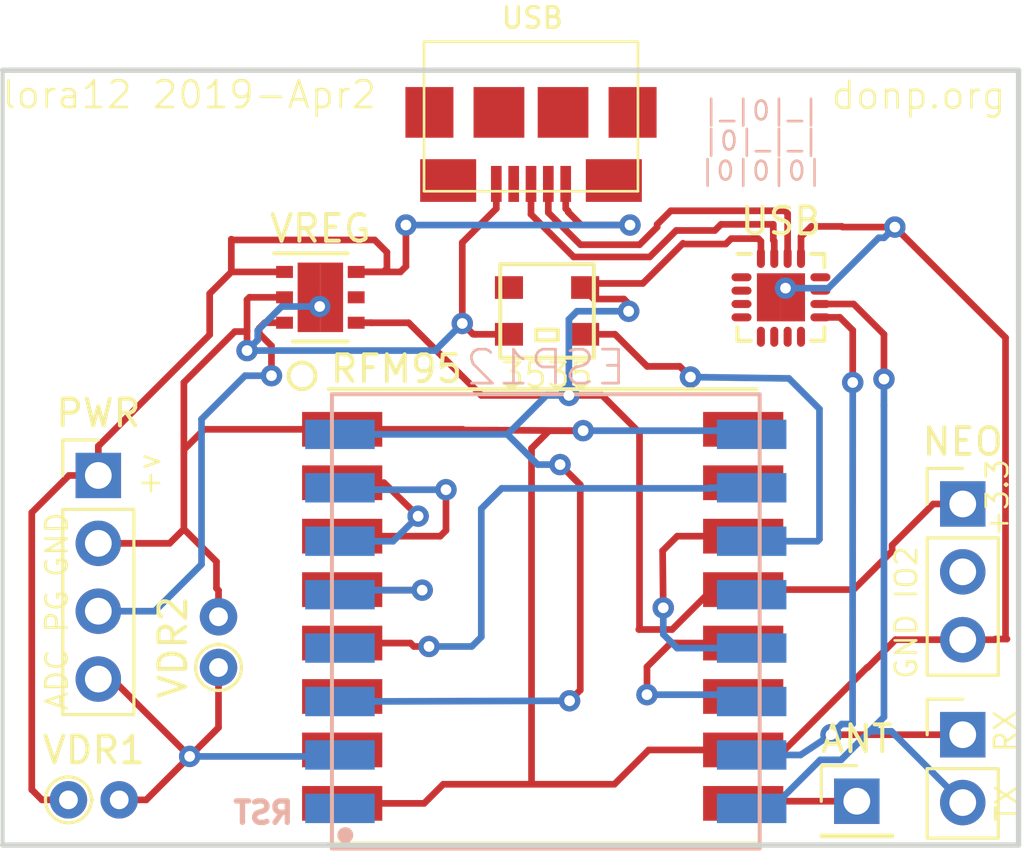
<source format=kicad_pcb>
(kicad_pcb (version 20171130) (host pcbnew 5.0.2-bee76a0~70~ubuntu18.04.1)

  (general
    (thickness 1.6)
    (drawings 17)
    (tracks 282)
    (zones 0)
    (modules 14)
    (nets 1)
  )

  (page A4)
  (layers
    (0 F.Cu signal)
    (31 B.Cu signal)
    (32 B.Adhes user)
    (33 F.Adhes user)
    (34 B.Paste user)
    (35 F.Paste user)
    (36 B.SilkS user)
    (37 F.SilkS user)
    (38 B.Mask user)
    (39 F.Mask user)
    (40 Dwgs.User user)
    (41 Cmts.User user)
    (42 Eco1.User user)
    (43 Eco2.User user)
    (44 Edge.Cuts user)
    (45 Margin user)
    (46 B.CrtYd user)
    (47 F.CrtYd user)
    (48 B.Fab user)
    (49 F.Fab user)
  )

  (setup
    (last_trace_width 0.25)
    (trace_clearance 0.2)
    (zone_clearance 0.508)
    (zone_45_only no)
    (trace_min 0.2)
    (segment_width 0.2)
    (edge_width 0.15)
    (via_size 0.8)
    (via_drill 0.4)
    (via_min_size 0.4)
    (via_min_drill 0.3)
    (uvia_size 0.3)
    (uvia_drill 0.1)
    (uvias_allowed no)
    (uvia_min_size 0.2)
    (uvia_min_drill 0.1)
    (pcb_text_width 0.3)
    (pcb_text_size 1.5 1.5)
    (mod_edge_width 0.15)
    (mod_text_size 1 1)
    (mod_text_width 0.15)
    (pad_size 0.75 0.3)
    (pad_drill 0)
    (pad_to_mask_clearance 0.2)
    (solder_mask_min_width 0.25)
    (aux_axis_origin 0 0)
    (visible_elements FFFFFF7F)
    (pcbplotparams
      (layerselection 0x010f0_ffffffff)
      (usegerberextensions false)
      (usegerberattributes false)
      (usegerberadvancedattributes false)
      (creategerberjobfile false)
      (excludeedgelayer true)
      (linewidth 0.150000)
      (plotframeref false)
      (viasonmask false)
      (mode 1)
      (useauxorigin false)
      (hpglpennumber 1)
      (hpglpenspeed 20)
      (hpglpendiameter 15.000000)
      (psnegative false)
      (psa4output false)
      (plotreference true)
      (plotvalue true)
      (plotinvisibletext false)
      (padsonsilk false)
      (subtractmaskfromsilk false)
      (outputformat 1)
      (mirror false)
      (drillshape 0)
      (scaleselection 1)
      (outputdirectory "/home/donp/osh"))
  )

  (net 0 "")

  (net_class Default "This is the default net class."
    (clearance 0.2)
    (trace_width 0.25)
    (via_dia 0.8)
    (via_drill 0.4)
    (uvia_dia 0.3)
    (uvia_drill 0.1)
  )

  (module Mounting_Holes:MountingHole_2.5mm (layer F.Cu) (tedit 5CAA6487) (tstamp 5CA8F413)
    (at 126 81.5)
    (descr "Mounting Hole 2.5mm, no annular")
    (tags "mounting hole 2.5mm no annular")
    (attr virtual)
    (fp_text reference REF** (at 0 -3.5) (layer F.SilkS) hide
      (effects (font (size 1 1) (thickness 0.15)))
    )
    (fp_text value MountingHole_2.5mm (at 0 3.5) (layer F.Fab) hide
      (effects (font (size 1 1) (thickness 0.15)))
    )
    (fp_circle (center 0 0) (end 2.75 0) (layer F.CrtYd) (width 0.05))
    (fp_circle (center 0 0) (end 2.5 0) (layer Cmts.User) (width 0.15))
    (fp_text user %R (at 0.3 0) (layer F.Fab)
      (effects (font (size 1 1) (thickness 0.15)))
    )
    (pad 1 np_thru_hole circle (at 0 0) (size 2.5 2.5) (drill 2.5) (layers *.Cu *.Mask))
  )

  (module Mounting_Holes:MountingHole_2.5mm (layer F.Cu) (tedit 5CAA648B) (tstamp 5CAB885A)
    (at 155.9814 81.5)
    (descr "Mounting Hole 2.5mm, no annular")
    (tags "mounting hole 2.5mm no annular")
    (attr virtual)
    (fp_text reference REF** (at 0 -3.5) (layer F.SilkS) hide
      (effects (font (size 1 1) (thickness 0.15)))
    )
    (fp_text value MountingHole_2.5mm (at 0 3.5) (layer F.Fab) hide
      (effects (font (size 1 1) (thickness 0.15)))
    )
    (fp_text user %R (at 0.3 0) (layer F.Fab)
      (effects (font (size 1 1) (thickness 0.15)))
    )
    (fp_circle (center 0 0) (end 2.5 0) (layer Cmts.User) (width 0.15))
    (fp_circle (center 0 0) (end 2.75 0) (layer F.CrtYd) (width 0.05))
    (pad 1 np_thru_hole circle (at 0 0) (size 2.5 2.5) (drill 2.5) (layers *.Cu *.Mask))
  )

  (module open-project:MICRO-B_USB (layer F.Cu) (tedit 5CAB9411) (tstamp 5CA89D6A)
    (at 141.76248 78.1304 180)
    (fp_text reference MICRO-B_USB (at 0 -5.842 180) (layer F.SilkS) hide
      (effects (font (size 0.762 0.762) (thickness 0.127)))
    )
    (fp_text value USB (at -0.05 2.09 180) (layer F.SilkS)
      (effects (font (size 0.762 0.762) (thickness 0.127)))
    )
    (fp_line (start -4.0005 1.00076) (end -4.0005 -4.39928) (layer F.SilkS) (width 0.09906))
    (fp_line (start 4.0005 1.19888) (end -4.0005 1.19888) (layer F.SilkS) (width 0.09906))
    (fp_line (start 4.0005 -4.39928) (end 4.0005 1.00076) (layer F.SilkS) (width 0.09906))
    (fp_line (start -4.0005 -4.39928) (end 4.0005 -4.39928) (layer F.SilkS) (width 0.09906))
    (fp_line (start 4.0005 1.00076) (end 4.0005 1.19888) (layer F.SilkS) (width 0.09906))
    (fp_line (start -4.0005 1.00076) (end -4.0005 1.19888) (layer F.SilkS) (width 0.09906))
    (pad "" smd rect (at -3.79984 -1.4478 180) (size 1.79578 1.89738) (layers F.Cu F.Paste F.Mask))
    (pad "" smd rect (at 3.0988 -3.99796 180) (size 2.0955 1.59766) (layers F.Cu F.Paste F.Mask))
    (pad GND smd rect (at 1.29794 -4.12496 180) (size 0.39878 1.3462) (layers F.Cu F.Paste F.Mask)
      (clearance 0.2032))
    (pad ID smd rect (at 0.6477 -4.12496 180) (size 0.39878 1.3462) (layers F.Cu F.Paste F.Mask)
      (clearance 0.2032))
    (pad D+ smd rect (at 0 -4.12496 180) (size 0.39878 1.3462) (layers F.Cu F.Paste F.Mask)
      (clearance 0.2032))
    (pad D- smd rect (at -0.6477 -4.12496 180) (size 0.39878 1.3462) (layers F.Cu F.Paste F.Mask)
      (clearance 0.2032))
    (pad +5 smd rect (at -1.29794 -4.12496 180) (size 0.39878 1.3462) (layers F.Cu F.Paste F.Mask)
      (clearance 0.2032))
    (pad "" smd rect (at -3.0988 -3.99796 180) (size 2.0955 1.59766) (layers F.Cu F.Paste F.Mask))
    (pad "" smd rect (at 3.79984 -1.4478 180) (size 1.79578 1.89738) (layers F.Cu F.Paste F.Mask))
    (pad "" smd rect (at 1.19888 -1.4478 180) (size 1.89992 1.89738) (layers F.Cu F.Paste F.Mask))
    (pad "" smd rect (at -1.19888 -1.4478 180) (size 1.89738 1.89738) (layers F.Cu F.Paste F.Mask))
  )

  (module Housings_DFN_QFN:DFN-6-1EP_3x3mm_Pitch0.95mm (layer F.Cu) (tedit 5CA7AF9C) (tstamp 5CA8E9D4)
    (at 133.8834 86.5)
    (descr "DFN6 3*3 MM, 0.95 PITCH; CASE 506AH-01 (see ON Semiconductor 506AH.PDF)")
    (tags "DFN 0.95")
    (attr smd)
    (fp_text reference VREG (at 0 -2.575) (layer F.SilkS)
      (effects (font (size 1 1) (thickness 0.15)))
    )
    (fp_text value DFN-6-1EP_3x3mm_Pitch0.95mm (at 0 2.575) (layer F.Fab) hide
      (effects (font (size 1 1) (thickness 0.15)))
    )
    (fp_line (start -0.5 -1.5) (end 1.5 -1.5) (layer F.Fab) (width 0.15))
    (fp_line (start 1.5 -1.5) (end 1.5 1.5) (layer F.Fab) (width 0.15))
    (fp_line (start 1.5 1.5) (end -1.5 1.5) (layer F.Fab) (width 0.15))
    (fp_line (start -1.5 1.5) (end -1.5 -0.5) (layer F.Fab) (width 0.15))
    (fp_line (start -1.5 -0.5) (end -0.5 -1.5) (layer F.Fab) (width 0.15))
    (fp_line (start -1.9 -1.85) (end -1.9 1.85) (layer F.CrtYd) (width 0.05))
    (fp_line (start 1.9 -1.85) (end 1.9 1.85) (layer F.CrtYd) (width 0.05))
    (fp_line (start -1.9 -1.85) (end 1.9 -1.85) (layer F.CrtYd) (width 0.05))
    (fp_line (start -1.9 1.85) (end 1.9 1.85) (layer F.CrtYd) (width 0.05))
    (fp_line (start -1.025 1.65) (end 1.025 1.65) (layer F.SilkS) (width 0.15))
    (fp_line (start -1.73 -1.65) (end 1.025 -1.65) (layer F.SilkS) (width 0.15))
    (pad EN smd rect (at -1.34 -0.95) (size 0.63 0.45) (layers F.Cu F.Paste F.Mask))
    (pad GND smd rect (at -1.34 0) (size 0.63 0.45) (layers F.Cu F.Paste F.Mask))
    (pad PG smd rect (at -1.34 0.95) (size 0.63 0.45) (layers F.Cu F.Paste F.Mask))
    (pad VOUT smd rect (at 1.34 0.95) (size 0.63 0.45) (layers F.Cu F.Paste F.Mask))
    (pad 5 smd rect (at 1.34 0) (size 0.63 0.45) (layers F.Cu F.Paste F.Mask))
    (pad VIN smd rect (at 1.34 -0.95) (size 0.63 0.45) (layers F.Cu F.Paste F.Mask))
    (pad 7 smd rect (at 0.425 0.65) (size 0.85 1.3) (layers F.Cu F.Paste F.Mask)
      (solder_paste_margin_ratio -0.2))
    (pad 7 smd rect (at 0.425 -0.65) (size 0.85 1.3) (layers F.Cu F.Paste F.Mask)
      (solder_paste_margin_ratio -0.2))
    (pad 7 smd rect (at -0.425 0.65) (size 0.85 1.3) (layers F.Cu F.Paste F.Mask)
      (solder_paste_margin_ratio -0.2))
    (pad 7 smd rect (at -0.425 -0.65) (size 0.85 1.3) (layers F.Cu F.Paste F.Mask)
      (solder_paste_margin_ratio -0.2))
    (model ${KISYS3DMOD}/Housings_DFN_QFN.3dshapes/DFN-6-1EP_3x3mm_Pitch0.95mm.wrl
      (at (xyz 0 0 0))
      (scale (xyz 1 1 1))
      (rotate (xyz 0 0 0))
    )
  )

  (module Pin_Headers:Pin_Header_Straight_1x04_Pitch2.54mm (layer F.Cu) (tedit 5CAB970C) (tstamp 5CA8EB40)
    (at 125.5776 93.1672)
    (descr "Through hole straight pin header, 1x04, 2.54mm pitch, single row")
    (tags "Through hole pin header THT 1x04 2.54mm single row")
    (fp_text reference PWR (at 0 -2.33) (layer F.SilkS)
      (effects (font (size 1 1) (thickness 0.15)))
    )
    (fp_text value Pin_Header_Straight_1x04_Pitch2.54mm (at 0 9.95) (layer F.Fab) hide
      (effects (font (size 1 1) (thickness 0.15)))
    )
    (fp_line (start -0.635 -1.27) (end 1.27 -1.27) (layer F.Fab) (width 0.1))
    (fp_line (start 1.27 -1.27) (end 1.27 8.89) (layer F.Fab) (width 0.1))
    (fp_line (start 1.27 8.89) (end -1.27 8.89) (layer F.Fab) (width 0.1))
    (fp_line (start -1.27 8.89) (end -1.27 -0.635) (layer F.Fab) (width 0.1))
    (fp_line (start -1.27 -0.635) (end -0.635 -1.27) (layer F.Fab) (width 0.1))
    (fp_line (start -1.33 8.95) (end 1.33 8.95) (layer F.SilkS) (width 0.12))
    (fp_line (start -1.33 1.27) (end -1.33 8.95) (layer F.SilkS) (width 0.12))
    (fp_line (start 1.33 1.27) (end 1.33 8.95) (layer F.SilkS) (width 0.12))
    (fp_line (start -1.33 1.27) (end 1.33 1.27) (layer F.SilkS) (width 0.12))
    (fp_line (start -1.33 0) (end -1.33 -1.33) (layer F.SilkS) (width 0.12))
    (fp_line (start -1.33 -1.33) (end 0 -1.33) (layer F.SilkS) (width 0.12))
    (fp_line (start -1.8 -1.8) (end -1.8 9.4) (layer F.CrtYd) (width 0.05))
    (fp_line (start -1.8 9.4) (end 1.8 9.4) (layer F.CrtYd) (width 0.05))
    (fp_line (start 1.8 9.4) (end 1.8 -1.8) (layer F.CrtYd) (width 0.05))
    (fp_line (start 1.8 -1.8) (end -1.8 -1.8) (layer F.CrtYd) (width 0.05))
    (fp_text user %R (at 0 3.81 90) (layer F.Fab)
      (effects (font (size 1 1) (thickness 0.15)))
    )
    (pad +v thru_hole rect (at 0 0) (size 1.7 1.7) (drill 1) (layers *.Cu *.Mask))
    (pad GND thru_hole oval (at 0 2.54) (size 1.7 1.7) (drill 1) (layers *.Cu *.Mask))
    (pad PG thru_hole oval (at 0 5.08) (size 1.7 1.7) (drill 1) (layers *.Cu *.Mask))
    (pad ADC thru_hole oval (at 0 7.62) (size 1.7 1.7) (drill 1) (layers *.Cu *.Mask))
    (model ${KISYS3DMOD}/Pin_Headers.3dshapes/Pin_Header_Straight_1x04_Pitch2.54mm.wrl
      (at (xyz 0 0 0))
      (scale (xyz 1 1 1))
      (rotate (xyz 0 0 0))
    )
  )

  (module RFM9X:RFM9X-SMD (layer F.Cu) (tedit 5CAA604E) (tstamp 5CAAD0F6)
    (at 142.1996 98.44)
    (fp_text reference RFM95 (at -5.4714 -9.2606) (layer F.SilkS)
      (effects (font (size 1 1) (thickness 0.15)))
    )
    (fp_text value RFM9X (at 0 7) (layer F.Fab)
      (effects (font (size 1 1) (thickness 0.15)))
    )
    (fp_line (start 8 -8) (end 8 8) (layer F.Fab) (width 0.15))
    (fp_line (start -8 8) (end 8 8) (layer F.Fab) (width 0.15))
    (fp_line (start -8 -8) (end 8 -8) (layer F.Fab) (width 0.15))
    (fp_line (start -8 -8) (end -8 8) (layer F.Fab) (width 0.15))
    (fp_line (start -5 -5.5) (end 1 -5.5) (layer F.Fab) (width 0.15))
    (fp_line (start 1 -5.5) (end 1 0.5) (layer F.Fab) (width 0.15))
    (fp_line (start 1 0.5) (end -5 0.5) (layer F.Fab) (width 0.15))
    (fp_line (start -5 0.5) (end -5 -5.5) (layer F.Fab) (width 0.15))
    (fp_line (start 2 -7) (end 4.5 -7) (layer F.Fab) (width 0.15))
    (fp_line (start 4.5 -7) (end 4.5 -3.5) (layer F.Fab) (width 0.15))
    (fp_line (start 4.5 -3.5) (end 2 -3.5) (layer F.Fab) (width 0.15))
    (fp_line (start 2 -3.5) (end 2 -7) (layer F.Fab) (width 0.15))
    (fp_line (start -8 -8.5) (end 8 -8.5) (layer F.SilkS) (width 0.15))
    (fp_line (start -8 8.5) (end 8 8.5) (layer F.SilkS) (width 0.15))
    (fp_circle (center -9 -9) (end -9 -8.5) (layer F.SilkS) (width 0.15))
    (pad ANT smd rect (at 7 7) (size 3 1.3) (drill (offset 0.5 0)) (layers F.Cu F.Paste F.Mask))
    (pad GND smd rect (at 7 5) (size 3 1.3) (drill (offset 0.5 0)) (layers F.Cu F.Paste F.Mask))
    (pad DIO3 smd rect (at 7 3) (size 3 1.3) (drill (offset 0.5 0)) (layers F.Cu F.Paste F.Mask))
    (pad DIO4 smd rect (at 7 1) (size 3 1.3) (drill (offset 0.5 0)) (layers F.Cu F.Paste F.Mask))
    (pad 3.3V smd rect (at 7 -1) (size 3 1.3) (drill (offset 0.5 0)) (layers F.Cu F.Paste F.Mask))
    (pad DIO0 smd rect (at 7 -3) (size 3 1.3) (drill (offset 0.5 0)) (layers F.Cu F.Paste F.Mask))
    (pad DIO1 smd rect (at 7 -5) (size 3 1.3) (drill (offset 0.5 0)) (layers F.Cu F.Paste F.Mask))
    (pad GND smd rect (at -7 7) (size 3 1.3) (drill (offset -0.5 0)) (layers F.Cu F.Paste F.Mask))
    (pad DIO5 smd rect (at -7 5) (size 3 1.3) (drill (offset -0.5 0)) (layers F.Cu F.Paste F.Mask))
    (pad RESET smd rect (at -7 3) (size 3 1.3) (drill (offset -0.5 0)) (layers F.Cu F.Paste F.Mask))
    (pad NSS smd rect (at -7 1) (size 3 1.3) (drill (offset -0.5 0)) (layers F.Cu F.Paste F.Mask))
    (pad SCK smd rect (at -7 -1) (size 3 1.3) (drill (offset -0.5 0)) (layers F.Cu F.Paste F.Mask))
    (pad MOSI smd rect (at -7 -3) (size 3 1.3) (drill (offset -0.5 0)) (layers F.Cu F.Paste F.Mask))
    (pad MISO smd rect (at -7 -5) (size 3 1.3) (drill (offset -0.5 0)) (layers F.Cu F.Paste F.Mask))
    (pad DIO2 smd rect (at 7 -7) (size 3 1.3) (drill (offset 0.5 0)) (layers F.Cu F.Paste F.Mask))
    (pad GND smd rect (at -7 -7) (size 3 1.3) (drill (offset -0.5 0)) (layers F.Cu F.Paste F.Mask))
  )

  (module Pin_Headers:Pin_Header_Straight_1x03_Pitch2.54mm (layer F.Cu) (tedit 5CAA62CF) (tstamp 5CABE1D4)
    (at 157.9118 94.234)
    (descr "Through hole straight pin header, 1x03, 2.54mm pitch, single row")
    (tags "Through hole pin header THT 1x03 2.54mm single row")
    (fp_text reference NEO (at 0 -2.33) (layer F.SilkS)
      (effects (font (size 1 1) (thickness 0.15)))
    )
    (fp_text value Pin_Header_Straight_1x03_Pitch2.54mm (at 0 7.41) (layer F.Fab) hide
      (effects (font (size 1 1) (thickness 0.15)))
    )
    (fp_line (start -0.635 -1.27) (end 1.27 -1.27) (layer F.Fab) (width 0.1))
    (fp_line (start 1.27 -1.27) (end 1.27 6.35) (layer F.Fab) (width 0.1))
    (fp_line (start 1.27 6.35) (end -1.27 6.35) (layer F.Fab) (width 0.1))
    (fp_line (start -1.27 6.35) (end -1.27 -0.635) (layer F.Fab) (width 0.1))
    (fp_line (start -1.27 -0.635) (end -0.635 -1.27) (layer F.Fab) (width 0.1))
    (fp_line (start -1.33 6.41) (end 1.33 6.41) (layer F.SilkS) (width 0.12))
    (fp_line (start -1.33 1.27) (end -1.33 6.41) (layer F.SilkS) (width 0.12))
    (fp_line (start 1.33 1.27) (end 1.33 6.41) (layer F.SilkS) (width 0.12))
    (fp_line (start -1.33 1.27) (end 1.33 1.27) (layer F.SilkS) (width 0.12))
    (fp_line (start -1.33 0) (end -1.33 -1.33) (layer F.SilkS) (width 0.12))
    (fp_line (start -1.33 -1.33) (end 0 -1.33) (layer F.SilkS) (width 0.12))
    (fp_line (start -1.8 -1.8) (end -1.8 6.85) (layer F.CrtYd) (width 0.05))
    (fp_line (start -1.8 6.85) (end 1.8 6.85) (layer F.CrtYd) (width 0.05))
    (fp_line (start 1.8 6.85) (end 1.8 -1.8) (layer F.CrtYd) (width 0.05))
    (fp_line (start 1.8 -1.8) (end -1.8 -1.8) (layer F.CrtYd) (width 0.05))
    (fp_text user %R (at 0 2.54 90) (layer F.Fab)
      (effects (font (size 1 1) (thickness 0.15)))
    )
    (pad +3.3 thru_hole rect (at 0 0) (size 1.7 1.7) (drill 1) (layers *.Cu *.Mask))
    (pad 2 thru_hole oval (at 0 2.54) (size 1.7 1.7) (drill 1) (layers *.Cu *.Mask))
    (pad GND thru_hole oval (at 0 5.08) (size 1.7 1.7) (drill 1) (layers *.Cu *.Mask))
    (model ${KISYS3DMOD}/Pin_Headers.3dshapes/Pin_Header_Straight_1x03_Pitch2.54mm.wrl
      (at (xyz 0 0 0))
      (scale (xyz 1 1 1))
      (rotate (xyz 0 0 0))
    )
  )

  (module Pin_Headers:Pin_Header_Straight_1x01_Pitch2.54mm (layer F.Cu) (tedit 5CAA618B) (tstamp 5CACE883)
    (at 153.9494 105.3592)
    (descr "Through hole straight pin header, 1x01, 2.54mm pitch, single row")
    (tags "Through hole pin header THT 1x01 2.54mm single row")
    (fp_text reference ANT (at 0 -2.33) (layer F.SilkS)
      (effects (font (size 1 1) (thickness 0.15)))
    )
    (fp_text value Pin_Header_Straight_1x01_Pitch2.54mm (at 0 2.33) (layer F.Fab) hide
      (effects (font (size 1 1) (thickness 0.15)))
    )
    (fp_line (start -0.635 -1.27) (end 1.27 -1.27) (layer F.Fab) (width 0.1))
    (fp_line (start 1.27 -1.27) (end 1.27 1.27) (layer F.Fab) (width 0.1))
    (fp_line (start 1.27 1.27) (end -1.27 1.27) (layer F.Fab) (width 0.1))
    (fp_line (start -1.27 1.27) (end -1.27 -0.635) (layer F.Fab) (width 0.1))
    (fp_line (start -1.27 -0.635) (end -0.635 -1.27) (layer F.Fab) (width 0.1))
    (fp_line (start -1.33 1.33) (end 1.33 1.33) (layer F.SilkS) (width 0.12))
    (fp_line (start -1.33 1.27) (end -1.33 1.33) (layer F.SilkS) (width 0.12))
    (fp_line (start 1.33 1.27) (end 1.33 1.33) (layer F.SilkS) (width 0.12))
    (fp_line (start -1.33 1.27) (end 1.33 1.27) (layer F.SilkS) (width 0.12))
    (fp_line (start -1.33 0) (end -1.33 -1.33) (layer F.SilkS) (width 0.12))
    (fp_line (start -1.33 -1.33) (end 0 -1.33) (layer F.SilkS) (width 0.12))
    (fp_line (start -1.8 -1.8) (end -1.8 1.8) (layer F.CrtYd) (width 0.05))
    (fp_line (start -1.8 1.8) (end 1.8 1.8) (layer F.CrtYd) (width 0.05))
    (fp_line (start 1.8 1.8) (end 1.8 -1.8) (layer F.CrtYd) (width 0.05))
    (fp_line (start 1.8 -1.8) (end -1.8 -1.8) (layer F.CrtYd) (width 0.05))
    (fp_text user %R (at 0 0 90) (layer F.Fab)
      (effects (font (size 1 1) (thickness 0.15)))
    )
    (pad 1 thru_hole rect (at 0 0) (size 1.7 1.7) (drill 1) (layers *.Cu *.Mask))
    (model ${KISYS3DMOD}/Pin_Headers.3dshapes/Pin_Header_Straight_1x01_Pitch2.54mm.wrl
      (at (xyz 0 0 0))
      (scale (xyz 1 1 1))
      (rotate (xyz 0 0 0))
    )
  )

  (module kicad-ESP8266:ESP-07S (layer B.Cu) (tedit 5CAA7415) (tstamp 5CACE23F)
    (at 142.3162 98.6282)
    (descr "Module, ESP-8266, ESP-07S, 14 pad, SMD")
    (tags "Module ESP-8266 ESP8266")
    (attr smd)
    (fp_text reference >NAME (at 0 9.5) (layer B.SilkS) hide
      (effects (font (size 1.27 1.27) (thickness 0.1016)) (justify mirror))
    )
    (fp_text value ESP12 (at 0 -9.5) (layer B.SilkS)
      (effects (font (size 1.27 1.27) (thickness 0.1016)) (justify mirror))
    )
    (fp_line (start -8 8.5) (end 8 8.5) (layer B.SilkS) (width 0.15))
    (fp_line (start -8 -8.5) (end -8 8.5) (layer B.SilkS) (width 0.15))
    (fp_line (start 8 -8.5) (end -8 -8.5) (layer B.SilkS) (width 0.15))
    (fp_line (start 8 8.5) (end 8 -8.5) (layer B.SilkS) (width 0.15))
    (fp_circle (center -7.5 8) (end -7.4 8) (layer B.SilkS) (width 0.15))
    (fp_circle (center -7.5 8) (end -7.3 8.1) (layer B.SilkS) (width 0.15))
    (fp_circle (center -7.6 8) (end -7.5 8) (layer B.SilkS) (width 0.15))
    (pad TX smd rect (at 7.7 7) (size 2.6 1.1) (layers B.Cu B.Paste B.Mask))
    (pad RX smd rect (at 7.7 5) (size 2.6 1.1) (layers B.Cu B.Paste B.Mask))
    (pad IO5 smd rect (at 7.7 3) (size 2.6 1.1) (layers B.Cu B.Paste B.Mask))
    (pad IO4 smd rect (at 7.7 1) (size 2.6 1.1) (layers B.Cu B.Paste B.Mask))
    (pad IO0 smd rect (at 7.7 -1) (size 2.6 1.1) (layers B.Cu B.Paste B.Mask))
    (pad IO2 smd rect (at 7.7 -3) (size 2.6 1.1) (layers B.Cu B.Paste B.Mask))
    (pad IO15 smd rect (at 7.7 -5) (size 2.6 1.1) (layers B.Cu B.Paste B.Mask))
    (pad GND smd rect (at 7.7 -7) (size 2.6 1.1) (layers B.Cu B.Paste B.Mask))
    (pad VCC smd rect (at -7.7 -7) (size 2.6 1.1) (layers B.Cu B.Paste B.Mask))
    (pad IO13 smd rect (at -7.7 -5) (size 2.6 1.1) (layers B.Cu B.Paste B.Mask))
    (pad IO12 smd rect (at -7.7 -3) (size 2.6 1.1) (layers B.Cu B.Paste B.Mask))
    (pad IO14 smd rect (at -7.7 -1) (size 2.6 1.1) (layers B.Cu B.Paste B.Mask))
    (pad IO16 smd rect (at -7.7 1) (size 2.6 1.1) (layers B.Cu B.Paste B.Mask))
    (pad EN smd rect (at -7.7 3) (size 2.6 1.1) (layers B.Cu B.Paste B.Mask))
    (pad ADC smd rect (at -7.7 5) (size 2.6 1.1) (layers B.Cu B.Paste B.Mask))
    (pad RST smd rect (at -7.7 7) (size 2.6 1.1) (layers B.Cu B.Paste B.Mask))
  )

  (module Pin_Headers:Pin_Header_Straight_1x02_Pitch2.54mm (layer F.Cu) (tedit 5CAA7464) (tstamp 5CAD34FC)
    (at 157.9118 102.87)
    (descr "Through hole straight pin header, 1x02, 2.54mm pitch, single row")
    (tags "Through hole pin header THT 1x02 2.54mm single row")
    (fp_text reference REF** (at 0 -2.33) (layer F.SilkS) hide
      (effects (font (size 1 1) (thickness 0.15)))
    )
    (fp_text value Pin_Header_Straight_1x02_Pitch2.54mm (at 0 4.87) (layer F.Fab) hide
      (effects (font (size 1 1) (thickness 0.15)))
    )
    (fp_line (start -0.635 -1.27) (end 1.27 -1.27) (layer F.Fab) (width 0.1))
    (fp_line (start 1.27 -1.27) (end 1.27 3.81) (layer F.Fab) (width 0.1))
    (fp_line (start 1.27 3.81) (end -1.27 3.81) (layer F.Fab) (width 0.1))
    (fp_line (start -1.27 3.81) (end -1.27 -0.635) (layer F.Fab) (width 0.1))
    (fp_line (start -1.27 -0.635) (end -0.635 -1.27) (layer F.Fab) (width 0.1))
    (fp_line (start -1.33 3.87) (end 1.33 3.87) (layer F.SilkS) (width 0.12))
    (fp_line (start -1.33 1.27) (end -1.33 3.87) (layer F.SilkS) (width 0.12))
    (fp_line (start 1.33 1.27) (end 1.33 3.87) (layer F.SilkS) (width 0.12))
    (fp_line (start -1.33 1.27) (end 1.33 1.27) (layer F.SilkS) (width 0.12))
    (fp_line (start -1.33 0) (end -1.33 -1.33) (layer F.SilkS) (width 0.12))
    (fp_line (start -1.33 -1.33) (end 0 -1.33) (layer F.SilkS) (width 0.12))
    (fp_line (start -1.8 -1.8) (end -1.8 4.35) (layer F.CrtYd) (width 0.05))
    (fp_line (start -1.8 4.35) (end 1.8 4.35) (layer F.CrtYd) (width 0.05))
    (fp_line (start 1.8 4.35) (end 1.8 -1.8) (layer F.CrtYd) (width 0.05))
    (fp_line (start 1.8 -1.8) (end -1.8 -1.8) (layer F.CrtYd) (width 0.05))
    (fp_text user %R (at 0 1.27 90) (layer F.Fab)
      (effects (font (size 1 1) (thickness 0.15)))
    )
    (pad 1 thru_hole rect (at 0 0) (size 1.7 1.7) (drill 1) (layers *.Cu *.Mask))
    (pad 2 thru_hole oval (at 0 2.54) (size 1.7 1.7) (drill 1) (layers *.Cu *.Mask))
    (model ${KISYS3DMOD}/Pin_Headers.3dshapes/Pin_Header_Straight_1x02_Pitch2.54mm.wrl
      (at (xyz 0 0 0))
      (scale (xyz 1 1 1))
      (rotate (xyz 0 0 0))
    )
  )

  (module Housings_DFN_QFN:QFN-16-1EP_3x3mm_Pitch0.5mm (layer F.Cu) (tedit 5CAB9906) (tstamp 5CABD89A)
    (at 151.1118 86.5)
    (descr "16-Lead Plastic Quad Flat, No Lead Package (NG) - 3x3x0.9 mm Body [QFN]; (see Microchip Packaging Specification 00000049BS.pdf)")
    (tags "QFN 0.5")
    (attr smd)
    (fp_text reference USB (at 0 -2.85) (layer F.SilkS)
      (effects (font (size 1 1) (thickness 0.15)))
    )
    (fp_text value QFN-16-1EP_3x3mm_Pitch0.5mm (at 0 2.85) (layer F.Fab) hide
      (effects (font (size 1 1) (thickness 0.15)))
    )
    (fp_line (start -0.5 -1.5) (end 1.5 -1.5) (layer F.Fab) (width 0.15))
    (fp_line (start 1.5 -1.5) (end 1.5 1.5) (layer F.Fab) (width 0.15))
    (fp_line (start 1.5 1.5) (end -1.5 1.5) (layer F.Fab) (width 0.15))
    (fp_line (start -1.5 1.5) (end -1.5 -0.5) (layer F.Fab) (width 0.15))
    (fp_line (start -1.5 -0.5) (end -0.5 -1.5) (layer F.Fab) (width 0.15))
    (fp_line (start -2.1 -2.1) (end -2.1 2.1) (layer F.CrtYd) (width 0.05))
    (fp_line (start 2.1 -2.1) (end 2.1 2.1) (layer F.CrtYd) (width 0.05))
    (fp_line (start -2.1 -2.1) (end 2.1 -2.1) (layer F.CrtYd) (width 0.05))
    (fp_line (start -2.1 2.1) (end 2.1 2.1) (layer F.CrtYd) (width 0.05))
    (fp_line (start 1.625 -1.625) (end 1.625 -1.125) (layer F.SilkS) (width 0.15))
    (fp_line (start -1.625 1.625) (end -1.625 1.125) (layer F.SilkS) (width 0.15))
    (fp_line (start 1.625 1.625) (end 1.625 1.125) (layer F.SilkS) (width 0.15))
    (fp_line (start -1.625 -1.625) (end -1.125 -1.625) (layer F.SilkS) (width 0.15))
    (fp_line (start -1.625 1.625) (end -1.125 1.625) (layer F.SilkS) (width 0.15))
    (fp_line (start 1.625 1.625) (end 1.125 1.625) (layer F.SilkS) (width 0.15))
    (fp_line (start 1.625 -1.625) (end 1.125 -1.625) (layer F.SilkS) (width 0.15))
    (pad 1 smd oval (at -1.475 -0.75) (size 0.75 0.3) (layers F.Cu F.Paste F.Mask))
    (pad 2 smd oval (at -1.475 -0.25) (size 0.75 0.3) (layers F.Cu F.Paste F.Mask))
    (pad 3 smd oval (at -1.475 0.25) (size 0.75 0.3) (layers F.Cu F.Paste F.Mask))
    (pad 4 smd oval (at -1.475 0.75) (size 0.75 0.3) (layers F.Cu F.Paste F.Mask))
    (pad 5 smd oval (at -0.75 1.475 90) (size 0.75 0.3) (layers F.Cu F.Paste F.Mask))
    (pad 6 smd oval (at -0.25 1.475 90) (size 0.75 0.3) (layers F.Cu F.Paste F.Mask))
    (pad 7 smd oval (at 0.25 1.475 90) (size 0.75 0.3) (layers F.Cu F.Paste F.Mask))
    (pad 8 smd oval (at 0.75 1.475 90) (size 0.75 0.3) (layers F.Cu F.Paste F.Mask))
    (pad TX smd oval (at 1.475 0.75) (size 0.75 0.3) (layers F.Cu F.Paste F.Mask))
    (pad RX smd oval (at 1.475 0.25) (size 0.75 0.3) (layers F.Cu F.Paste F.Mask))
    (pad 11 smd oval (at 1.475 -0.25) (size 0.75 0.3) (layers F.Cu F.Paste F.Mask))
    (pad 12 smd oval (at 1.475 -0.75) (size 0.75 0.3) (layers F.Cu F.Paste F.Mask))
    (pad 13 smd oval (at 0.75 -1.475 90) (size 0.75 0.3) (layers F.Cu F.Paste F.Mask))
    (pad 14 smd oval (at 0.25 -1.475 90) (size 0.75 0.3) (layers F.Cu F.Paste F.Mask))
    (pad 15 smd oval (at -0.25 -1.475 90) (size 0.75 0.3) (layers F.Cu F.Paste F.Mask))
    (pad 16 smd oval (at -0.75 -1.475 90) (size 0.75 0.3) (layers F.Cu F.Paste F.Mask))
    (pad 17 smd rect (at 0.45 0.45) (size 0.9 0.9) (layers F.Cu F.Paste F.Mask)
      (solder_paste_margin_ratio -0.2))
    (pad 17 smd rect (at 0.45 -0.45) (size 0.9 0.9) (layers F.Cu F.Paste F.Mask)
      (solder_paste_margin_ratio -0.2))
    (pad 17 smd rect (at -0.45 0.45) (size 0.9 0.9) (layers F.Cu F.Paste F.Mask)
      (solder_paste_margin_ratio -0.2))
    (pad 17 smd rect (at -0.45 -0.45) (size 0.9 0.9) (layers F.Cu F.Paste F.Mask)
      (solder_paste_margin_ratio -0.2))
    (model ${KISYS3DMOD}/Housings_DFN_QFN.3dshapes/QFN-16-1EP_3x3mm_Pitch0.5mm.wrl
      (at (xyz 0 0 0))
      (scale (xyz 1 1 1))
      (rotate (xyz 0 0 0))
    )
  )

  (module ws2812:3535 (layer F.Cu) (tedit 5CAB8B0B) (tstamp 5CAC2544)
    (at 142.3628 87.009)
    (fp_text reference 3535 (at 0 2.4) (layer F.SilkS)
      (effects (font (size 0.9 0.9) (thickness 0.1)))
    )
    (fp_text value 3535 (at 0.05 -2.4) (layer F.Fab)
      (effects (font (size 1 1) (thickness 0.15)))
    )
    (fp_line (start -1.75 -1.75) (end 1.7 -1.75) (layer F.SilkS) (width 0.15))
    (fp_line (start 1.75 -1.75) (end 1.75 1.75) (layer F.SilkS) (width 0.15))
    (fp_line (start -1.75 1.75) (end -1.75 -1.75) (layer F.SilkS) (width 0.15))
    (fp_line (start 1.75 1.75) (end -1.75 1.75) (layer F.SilkS) (width 0.15))
    (fp_line (start -0.4 1.1) (end -0.4 0.7) (layer F.SilkS) (width 0.15))
    (fp_line (start 0.4 1.1) (end -0.4 1.1) (layer F.SilkS) (width 0.15))
    (fp_line (start 0.4 0.7) (end 0.4 1.1) (layer F.SilkS) (width 0.15))
    (fp_line (start -0.4 0.7) (end 0.4 0.7) (layer F.SilkS) (width 0.15))
    (pad OUT smd rect (at -1.325 -0.875) (size 1.05 0.85) (drill (offset -0.1 0)) (layers F.Cu F.Paste F.Mask))
    (pad GND smd rect (at -1.325 0.875) (size 1.05 0.85) (drill (offset -0.1 0)) (layers F.Cu F.Paste F.Mask))
    (pad VDD smd rect (at 1.325 -0.875) (size 1.05 0.85) (drill (offset 0.1 0)) (layers F.Cu F.Paste F.Mask))
    (pad IN smd rect (at 1.325 0.875) (size 1.05 0.85) (drill (offset 0.1 0)) (layers F.Cu F.Paste F.Mask))
  )

  (module Resistors_ThroughHole:R_Axial_DIN0204_L3.6mm_D1.6mm_P1.90mm_Vertical (layer F.Cu) (tedit 5CAB9661) (tstamp 5CAD0DBE)
    (at 124.46 105.3084)
    (descr "Resistor, Axial_DIN0204 series, Axial, Vertical, pin pitch=1.9mm, 0.16666666666666666W = 1/6W, length*diameter=3.6*1.6mm^2, http://cdn-reichelt.de/documents/datenblatt/B400/1_4W%23YAG.pdf")
    (tags "Resistor Axial_DIN0204 series Axial Vertical pin pitch 1.9mm 0.16666666666666666W = 1/6W length 3.6mm diameter 1.6mm")
    (fp_text reference VDR1 (at 0.95 -1.86) (layer F.SilkS)
      (effects (font (size 1 1) (thickness 0.15)))
    )
    (fp_text value R_Axial_DIN0204_L3.6mm_D1.6mm_P1.90mm_Vertical (at 0.95 1.86) (layer F.Fab) hide
      (effects (font (size 1 1) (thickness 0.15)))
    )
    (fp_circle (center 0 0) (end 0.8 0) (layer F.Fab) (width 0.1))
    (fp_circle (center 0 0) (end 0.86 0) (layer F.SilkS) (width 0.12))
    (fp_line (start 0 0) (end 1.9 0) (layer F.Fab) (width 0.1))
    (fp_line (start 0.86 0) (end 0.9 0) (layer F.SilkS) (width 0.12))
    (fp_line (start -1.15 -1.15) (end -1.15 1.15) (layer F.CrtYd) (width 0.05))
    (fp_line (start -1.15 1.15) (end 2.95 1.15) (layer F.CrtYd) (width 0.05))
    (fp_line (start 2.95 1.15) (end 2.95 -1.15) (layer F.CrtYd) (width 0.05))
    (fp_line (start 2.95 -1.15) (end -1.15 -1.15) (layer F.CrtYd) (width 0.05))
    (pad 1 thru_hole circle (at 0 0) (size 1.4 1.4) (drill 0.7) (layers *.Cu *.Mask))
    (pad 2 thru_hole oval (at 1.9 0) (size 1.4 1.4) (drill 0.7) (layers *.Cu *.Mask))
    (model ${KISYS3DMOD}/Resistors_THT.3dshapes/R_Axial_DIN0204_L3.6mm_D1.6mm_P1.90mm_Vertical.wrl
      (at (xyz 0 0 0))
      (scale (xyz 0.393701 0.393701 0.393701))
      (rotate (xyz 0 0 0))
    )
  )

  (module Resistors_ThroughHole:R_Axial_DIN0204_L3.6mm_D1.6mm_P1.90mm_Vertical (layer F.Cu) (tedit 5CAB9664) (tstamp 5CAD0E3F)
    (at 130.0734 100.3554 90)
    (descr "Resistor, Axial_DIN0204 series, Axial, Vertical, pin pitch=1.9mm, 0.16666666666666666W = 1/6W, length*diameter=3.6*1.6mm^2, http://cdn-reichelt.de/documents/datenblatt/B400/1_4W%23YAG.pdf")
    (tags "Resistor Axial_DIN0204 series Axial Vertical pin pitch 1.9mm 0.16666666666666666W = 1/6W length 3.6mm diameter 1.6mm")
    (fp_text reference VDR2 (at 0.762 -1.7018 90) (layer F.SilkS)
      (effects (font (size 1 1) (thickness 0.15)))
    )
    (fp_text value R_Axial_DIN0204_L3.6mm_D1.6mm_P1.90mm_Vertical (at 0.95 1.86 90) (layer F.Fab) hide
      (effects (font (size 1 1) (thickness 0.15)))
    )
    (fp_circle (center 0 0) (end 0.8 0) (layer F.Fab) (width 0.1))
    (fp_circle (center 0 0) (end 0.86 0) (layer F.SilkS) (width 0.12))
    (fp_line (start 0 0) (end 1.9 0) (layer F.Fab) (width 0.1))
    (fp_line (start 0.86 0) (end 0.9 0) (layer F.SilkS) (width 0.12))
    (fp_line (start -1.15 -1.15) (end -1.15 1.15) (layer F.CrtYd) (width 0.05))
    (fp_line (start -1.15 1.15) (end 2.95 1.15) (layer F.CrtYd) (width 0.05))
    (fp_line (start 2.95 1.15) (end 2.95 -1.15) (layer F.CrtYd) (width 0.05))
    (fp_line (start 2.95 -1.15) (end -1.15 -1.15) (layer F.CrtYd) (width 0.05))
    (pad 1 thru_hole circle (at 0 0 90) (size 1.4 1.4) (drill 0.7) (layers *.Cu *.Mask))
    (pad 2 thru_hole oval (at 1.9 0 90) (size 1.4 1.4) (drill 0.7) (layers *.Cu *.Mask))
    (model ${KISYS3DMOD}/Resistors_THT.3dshapes/R_Axial_DIN0204_L3.6mm_D1.6mm_P1.90mm_Vertical.wrl
      (at (xyz 0 0 0))
      (scale (xyz 0.393701 0.393701 0.393701))
      (rotate (xyz 0 0 0))
    )
  )

  (gr_text "|_|0|_|\n|_|_|0|\n|0|0|0|" (at 150.368 80.645) (layer B.SilkS)
    (effects (font (size 0.7 0.7) (thickness 0.1)) (justify mirror))
  )
  (gr_text "lora12 2019-Apr2\n" (at 128.9812 78.9178) (layer F.SilkS)
    (effects (font (size 1 1) (thickness 0.1)))
  )
  (gr_text "donp.org\n" (at 156.2608 78.9432) (layer F.SilkS)
    (effects (font (size 1 1) (thickness 0.1)))
  )
  (gr_text +3.3 (at 159.2072 94.0054 90) (layer F.SilkS) (tstamp 5CAD866F)
    (effects (font (size 0.8 0.8) (thickness 0.1)))
  )
  (gr_text PG (at 124.0282 98.2472 90) (layer F.SilkS) (tstamp 5CAD866F)
    (effects (font (size 0.8 0.8) (thickness 0.1)))
  )
  (gr_text ADC (at 124.0282 100.8126 90) (layer F.SilkS) (tstamp 5CAD866F)
    (effects (font (size 0.8 0.8) (thickness 0.1)))
  )
  (gr_text +v (at 127.4826 93.1418 90) (layer F.SilkS) (tstamp 5CAD866F)
    (effects (font (size 0.8 0.8) (thickness 0.1)))
  )
  (gr_text GND (at 124.0282 95.758 90) (layer F.SilkS) (tstamp 5CAD866F)
    (effects (font (size 0.8 0.8) (thickness 0.1)))
  )
  (gr_text IO2 (at 155.8036 96.7994 90) (layer F.SilkS) (tstamp 5CAD866F)
    (effects (font (size 0.8 0.8) (thickness 0.1)))
  )
  (gr_text GND (at 155.8036 99.568 90) (layer F.SilkS) (tstamp 5CAD866F)
    (effects (font (size 0.8 0.8) (thickness 0.1)))
  )
  (gr_text TX (at 159.5628 105.4354 90) (layer F.SilkS) (tstamp 5CAD8611)
    (effects (font (size 0.8 0.8) (thickness 0.1)))
  )
  (gr_text RX (at 159.512 102.743 90) (layer F.SilkS)
    (effects (font (size 0.8 0.8) (thickness 0.1)))
  )
  (gr_text RST (at 131.7498 105.791) (layer B.SilkS)
    (effects (font (size 0.8 0.8) (thickness 0.2)) (justify mirror))
  )
  (gr_line (start 122 78.0008) (end 122 107) (layer Edge.Cuts) (width 0.15))
  (gr_line (start 122 107) (end 160 107) (layer Edge.Cuts) (width 0.2) (tstamp 5CA8F3D7))
  (gr_line (start 160 78) (end 160 107) (layer Edge.Cuts) (width 0.2) (tstamp 5CA89E1B))
  (gr_line (start 122 78) (end 160 78) (layer Edge.Cuts) (width 0.2))

  (segment (start 149.1996 105.44) (end 149.3058 105.3338) (width 0.25) (layer F.Cu) (net 0) (status 30))
  (segment (start 149.8788 91.4908) (end 150.0162 91.6282) (width 0.25) (layer B.Cu) (net 0) (status 30))
  (segment (start 149.2804 105.3592) (end 153.9494 105.3592) (width 0.25) (layer F.Cu) (net 0) (status 30))
  (segment (start 149.1996 105.44) (end 149.2804 105.3592) (width 0.25) (layer F.Cu) (net 0) (status 30))
  (segment (start 150.0162 105.6282) (end 150.7662 105.6282) (width 0.25) (layer B.Cu) (net 0) (status 30))
  (segment (start 134.7846 97.4598) (end 134.6162 97.6282) (width 0.25) (layer B.Cu) (net 0) (status 30))
  (segment (start 134.6886 93.7006) (end 134.6162 93.6282) (width 0.25) (layer B.Cu) (net 0) (status 30))
  (segment (start 134.5616 103.6828) (end 134.6162 103.6282) (width 0.25) (layer B.Cu) (net 0) (status 30))
  (segment (start 135.1996 97.44) (end 135.2194 97.4598) (width 0.25) (layer F.Cu) (net 0) (status 30))
  (segment (start 149.7594 101.3714) (end 150.0162 101.6282) (width 0.25) (layer B.Cu) (net 0) (status 30))
  (segment (start 126.0988 100.7872) (end 125.5776 100.7872) (width 0.25) (layer F.Cu) (net 0) (status 30))
  (segment (start 127.6858 98.2472) (end 125.5776 98.2472) (width 0.25) (layer B.Cu) (net 0) (status 20))
  (segment (start 129.4384 91.0844) (end 129.4384 96.4946) (width 0.25) (layer B.Cu) (net 0))
  (segment (start 129.4384 96.4946) (end 127.6858 98.2472) (width 0.25) (layer B.Cu) (net 0))
  (segment (start 128.9944 103.6828) (end 126.0988 100.7872) (width 0.25) (layer F.Cu) (net 0) (status 20))
  (segment (start 143.2052 101.6) (end 143.605199 101.200001) (width 0.25) (layer F.Cu) (net 0))
  (segment (start 143.605199 101.200001) (end 143.605199 93.516399) (width 0.25) (layer F.Cu) (net 0))
  (segment (start 143.605199 93.516399) (end 142.8496 92.7608) (width 0.25) (layer F.Cu) (net 0))
  (via (at 143.2052 101.6) (size 0.8) (drill 0.4) (layers F.Cu B.Cu) (net 0))
  (segment (start 143.2052 101.6) (end 143.1516 101.6282) (width 0.25) (layer B.Cu) (net 0) (tstamp 5CAD854C))
  (segment (start 134.6162 101.6282) (end 143.2052 101.6) (width 0.25) (layer B.Cu) (net 0) (status 10))
  (via (at 142.8496 92.7608) (size 0.8) (drill 0.4) (layers F.Cu B.Cu) (net 0))
  (segment (start 142.0114 92.7608) (end 142.8496 92.7608) (width 0.25) (layer B.Cu) (net 0))
  (segment (start 140.8834 91.6328) (end 142.0114 92.7608) (width 0.25) (layer B.Cu) (net 0))
  (segment (start 140.8834 91.6282) (end 140.8834 91.6328) (width 0.25) (layer B.Cu) (net 0))
  (segment (start 146.7104 99.1108) (end 147.2278 99.6282) (width 0.25) (layer B.Cu) (net 0))
  (segment (start 147.2278 99.6282) (end 150.0162 99.6282) (width 0.25) (layer B.Cu) (net 0) (status 20))
  (segment (start 146.7104 98.1202) (end 146.7104 99.1108) (width 0.25) (layer B.Cu) (net 0))
  (via (at 146.7104 98.1202) (size 0.8) (drill 0.4) (layers F.Cu B.Cu) (net 0))
  (segment (start 146.7104 98.1202) (end 146.685 98.1202) (width 0.25) (layer F.Cu) (net 0) (tstamp 5CAD8548))
  (segment (start 146.685 95.9866) (end 146.7104 98.1202) (width 0.25) (layer F.Cu) (net 0))
  (segment (start 147.2316 95.44) (end 146.685 95.9866) (width 0.25) (layer F.Cu) (net 0))
  (segment (start 149.1996 95.44) (end 147.2316 95.44) (width 0.25) (layer F.Cu) (net 0) (status 10))
  (segment (start 146.1008 101.3714) (end 149.7594 101.3714) (width 0.25) (layer B.Cu) (net 0) (status 20))
  (via (at 146.1008 101.3714) (size 0.8) (drill 0.4) (layers F.Cu B.Cu) (net 0))
  (segment (start 146.1008 100.33) (end 146.1008 101.3714) (width 0.25) (layer F.Cu) (net 0))
  (segment (start 146.9908 99.44) (end 146.1008 100.33) (width 0.25) (layer F.Cu) (net 0))
  (segment (start 149.1996 99.44) (end 146.9908 99.44) (width 0.25) (layer F.Cu) (net 0) (status 10))
  (segment (start 135.2194 97.4598) (end 137.6934 97.4598) (width 0.25) (layer F.Cu) (net 0) (status 10))
  (segment (start 139.9032 99.2124) (end 139.5476 99.568) (width 0.25) (layer B.Cu) (net 0))
  (segment (start 139.9032 94.4118) (end 139.9032 99.2124) (width 0.25) (layer B.Cu) (net 0))
  (segment (start 148.4662 93.6282) (end 148.4446 93.6498) (width 0.25) (layer B.Cu) (net 0))
  (segment (start 139.5476 99.568) (end 137.9474 99.568) (width 0.25) (layer B.Cu) (net 0))
  (segment (start 148.4446 93.6498) (end 140.6652 93.6498) (width 0.25) (layer B.Cu) (net 0))
  (segment (start 150.0162 93.6282) (end 148.4662 93.6282) (width 0.25) (layer B.Cu) (net 0) (status 10))
  (segment (start 140.6652 93.6498) (end 139.9032 94.4118) (width 0.25) (layer B.Cu) (net 0))
  (segment (start 128.9944 103.6828) (end 134.5616 103.6828) (width 0.25) (layer B.Cu) (net 0) (status 20))
  (via (at 128.9944 103.6828) (size 0.8) (drill 0.4) (layers F.Cu B.Cu) (net 0))
  (segment (start 129.9972 96.393) (end 128.778 95.1738) (width 0.25) (layer F.Cu) (net 0))
  (segment (start 137.9474 99.568) (end 137.381715 99.568) (width 0.25) (layer F.Cu) (net 0))
  (segment (start 137.381715 99.568) (end 137.253715 99.44) (width 0.25) (layer F.Cu) (net 0))
  (segment (start 137.253715 99.44) (end 135.1996 99.44) (width 0.25) (layer F.Cu) (net 0) (status 20))
  (via (at 137.9474 99.568) (size 0.8) (drill 0.4) (layers F.Cu B.Cu) (net 0))
  (segment (start 137.541 94.6912) (end 136.604 95.6282) (width 0.25) (layer B.Cu) (net 0))
  (segment (start 136.604 95.6282) (end 134.6162 95.6282) (width 0.25) (layer B.Cu) (net 0) (status 20))
  (segment (start 138.5824 93.7006) (end 134.6886 93.7006) (width 0.25) (layer B.Cu) (net 0) (status 20))
  (via (at 137.541 94.6912) (size 0.8) (drill 0.4) (layers F.Cu B.Cu) (net 0))
  (segment (start 137.541 94.6912) (end 137.5156 94.6912) (width 0.25) (layer F.Cu) (net 0) (tstamp 5CAD36BA))
  (segment (start 136.2644 93.44) (end 137.541 94.6912) (width 0.25) (layer F.Cu) (net 0))
  (segment (start 135.1996 93.44) (end 136.2644 93.44) (width 0.25) (layer F.Cu) (net 0) (status 10))
  (via (at 138.5824 93.7006) (size 0.8) (drill 0.4) (layers F.Cu B.Cu) (net 0))
  (segment (start 138.5824 95.2246) (end 138.5824 93.7006) (width 0.25) (layer F.Cu) (net 0))
  (segment (start 138.367 95.44) (end 138.5824 95.2246) (width 0.25) (layer F.Cu) (net 0))
  (segment (start 135.1996 95.44) (end 138.367 95.44) (width 0.25) (layer F.Cu) (net 0) (status 10))
  (segment (start 137.6934 97.4598) (end 134.7846 97.4598) (width 0.25) (layer B.Cu) (net 0) (status 20))
  (via (at 137.6934 97.4598) (size 0.8) (drill 0.4) (layers F.Cu B.Cu) (net 0))
  (segment (start 141.7828 104.7242) (end 144.8816 104.7242) (width 0.25) (layer F.Cu) (net 0))
  (segment (start 138.4808 104.7242) (end 141.7828 104.7242) (width 0.25) (layer F.Cu) (net 0))
  (segment (start 150.7662 105.6282) (end 152.5846 103.8098) (width 0.25) (layer B.Cu) (net 0) (status 10))
  (segment (start 151.845 103.6282) (end 152.9842 102.87) (width 0.25) (layer B.Cu) (net 0))
  (segment (start 150.0162 103.6282) (end 151.845 103.6282) (width 0.25) (layer B.Cu) (net 0) (status 10))
  (segment (start 128.778 92.202) (end 129.54 91.44) (width 0.25) (layer F.Cu) (net 0))
  (segment (start 129.54 91.44) (end 135.1996 91.44) (width 0.25) (layer F.Cu) (net 0) (status 20))
  (segment (start 128.2446 95.7072) (end 128.778 95.1738) (width 0.25) (layer F.Cu) (net 0))
  (segment (start 125.5776 95.7072) (end 128.2446 95.7072) (width 0.25) (layer F.Cu) (net 0) (status 10))
  (segment (start 142.3416 90.17) (end 140.8834 91.6282) (width 0.25) (layer B.Cu) (net 0))
  (segment (start 140.8834 91.6282) (end 134.6162 91.6282) (width 0.25) (layer B.Cu) (net 0) (status 20))
  (segment (start 143.1798 90.17) (end 142.3416 90.17) (width 0.25) (layer B.Cu) (net 0))
  (via (at 143.1798 90.17) (size 0.8) (drill 0.4) (layers F.Cu B.Cu) (net 0))
  (segment (start 143.7132 91.4908) (end 149.8788 91.4908) (width 0.25) (layer B.Cu) (net 0) (status 20))
  (via (at 143.7132 91.4908) (size 0.8) (drill 0.4) (layers F.Cu B.Cu) (net 0))
  (segment (start 143.7132 91.4908) (end 143.6878 91.4654) (width 0.25) (layer F.Cu) (net 0) (tstamp 5CACE84E))
  (segment (start 139.319 91.4654) (end 143.7132 91.4908) (width 0.25) (layer F.Cu) (net 0))
  (segment (start 144.8816 104.7242) (end 146.1658 103.44) (width 0.25) (layer F.Cu) (net 0))
  (segment (start 146.1658 103.44) (end 149.1996 103.44) (width 0.25) (layer F.Cu) (net 0) (status 20))
  (segment (start 138.4808 104.7242) (end 137.765 105.44) (width 0.25) (layer F.Cu) (net 0))
  (segment (start 137.765 105.44) (end 135.1996 105.44) (width 0.25) (layer F.Cu) (net 0) (status 20))
  (segment (start 139.2174 91.44) (end 135.1996 91.44) (width 0.25) (layer F.Cu) (net 0) (status 20))
  (segment (start 143.605199 93.516399) (end 143.249599 93.160799) (width 0.25) (layer F.Cu) (net 0))
  (segment (start 147.2702 99.44) (end 146.9908 99.44) (width 0.25) (layer F.Cu) (net 0))
  (segment (start 138.5824 93.7006) (end 138.5824 93.7006) (width 0.25) (layer F.Cu) (net 0) (tstamp 5CAD36B8))
  (segment (start 142.8496 92.7608) (end 142.8496 92.7608) (width 0.25) (layer B.Cu) (net 0) (tstamp 5CAD854A))
  (segment (start 146.1008 101.3714) (end 146.1008 101.3714) (width 0.25) (layer F.Cu) (net 0) (tstamp 5CAD84B6))
  (segment (start 152.5846 103.8098) (end 153.3652 103.8098) (width 0.25) (layer B.Cu) (net 0))
  (via (at 152.9842 102.87) (size 0.8) (drill 0.4) (layers F.Cu B.Cu) (net 0))
  (segment (start 152.9842 102.87) (end 157.9118 102.87) (width 0.25) (layer F.Cu) (net 0))
  (segment (start 155.2448 102.743) (end 157.9118 105.41) (width 0.25) (layer B.Cu) (net 0))
  (segment (start 154.432 102.743) (end 155.2448 102.743) (width 0.25) (layer B.Cu) (net 0))
  (segment (start 154.432 102.743) (end 154.9654 102.2096) (width 0.25) (layer B.Cu) (net 0))
  (segment (start 153.3652 103.8098) (end 154.432 102.743) (width 0.25) (layer B.Cu) (net 0))
  (segment (start 154.9654 102.2096) (end 154.9654 90.551) (width 0.25) (layer B.Cu) (net 0))
  (segment (start 153.384199 102.470001) (end 153.790599 102.470001) (width 0.25) (layer B.Cu) (net 0))
  (segment (start 152.9842 102.87) (end 153.384199 102.470001) (width 0.25) (layer B.Cu) (net 0))
  (via (at 154.9654 89.5604) (size 0.8) (drill 0.4) (layers F.Cu B.Cu) (net 0))
  (segment (start 154.9654 90.551) (end 154.9654 89.5604) (width 0.25) (layer B.Cu) (net 0))
  (segment (start 153.790599 102.470001) (end 153.797 89.6874) (width 0.25) (layer B.Cu) (net 0))
  (segment (start 153.797 89.6874) (end 153.790599 89.693801) (width 0.25) (layer B.Cu) (net 0) (tstamp 5CAC26D3))
  (via (at 153.797 89.6874) (size 0.8) (drill 0.4) (layers F.Cu B.Cu) (net 0))
  (segment (start 153.3154 87.25) (end 152.5868 87.25) (width 0.25) (layer F.Cu) (net 0))
  (segment (start 153.797 89.6874) (end 153.797 87.7316) (width 0.25) (layer F.Cu) (net 0))
  (segment (start 153.797 87.7316) (end 153.3154 87.25) (width 0.25) (layer F.Cu) (net 0))
  (segment (start 153.8314 86.75) (end 152.5868 86.75) (width 0.25) (layer F.Cu) (net 0))
  (segment (start 154.9654 89.5604) (end 154.9654 87.884) (width 0.25) (layer F.Cu) (net 0))
  (segment (start 154.9654 87.884) (end 153.8314 86.75) (width 0.25) (layer F.Cu) (net 0))
  (via (at 145.4658 83.7946) (size 0.8) (drill 0.4) (layers F.Cu B.Cu) (net 0))
  (segment (start 143.06042 83.17846) (end 143.1544 83.27244) (width 0.25) (layer F.Cu) (net 0))
  (segment (start 143.06042 82.25536) (end 143.06042 83.17846) (width 0.25) (layer F.Cu) (net 0))
  (segment (start 143.1544 83.27244) (end 143.1544 83.312) (width 0.25) (layer F.Cu) (net 0))
  (segment (start 143.637 83.7946) (end 145.4658 83.7946) (width 0.25) (layer F.Cu) (net 0))
  (segment (start 143.1544 83.312) (end 143.637 83.7946) (width 0.25) (layer F.Cu) (net 0))
  (segment (start 125.5776 92.0672) (end 129.7432 87.9016) (width 0.25) (layer F.Cu) (net 0))
  (segment (start 125.5776 93.1672) (end 125.5776 92.0672) (width 0.25) (layer F.Cu) (net 0))
  (segment (start 129.7432 87.9016) (end 129.7432 86.36) (width 0.25) (layer F.Cu) (net 0))
  (segment (start 130.5532 85.55) (end 132.5434 85.55) (width 0.25) (layer F.Cu) (net 0))
  (segment (start 129.7432 86.36) (end 130.5532 85.55) (width 0.25) (layer F.Cu) (net 0))
  (segment (start 130.5532 85.55) (end 130.5532 84.3252) (width 0.25) (layer F.Cu) (net 0))
  (segment (start 130.5532 84.3252) (end 130.5814 84.3534) (width 0.25) (layer F.Cu) (net 0))
  (segment (start 130.5814 84.3534) (end 135.9154 84.3534) (width 0.25) (layer F.Cu) (net 0))
  (segment (start 135.9154 84.3534) (end 136.3726 84.8106) (width 0.25) (layer F.Cu) (net 0))
  (segment (start 136.3726 84.8106) (end 136.3726 85.4202) (width 0.25) (layer F.Cu) (net 0))
  (segment (start 136.2428 85.55) (end 135.2234 85.55) (width 0.25) (layer F.Cu) (net 0))
  (segment (start 136.3726 85.4202) (end 136.2428 85.55) (width 0.25) (layer F.Cu) (net 0))
  (via (at 137.0838 83.7946) (size 0.8) (drill 0.4) (layers F.Cu B.Cu) (net 0))
  (segment (start 145.4658 83.7946) (end 137.0838 83.7946) (width 0.25) (layer B.Cu) (net 0))
  (segment (start 137.0838 83.7946) (end 137.0838 85.344) (width 0.25) (layer F.Cu) (net 0))
  (segment (start 136.8778 85.55) (end 135.2234 85.55) (width 0.25) (layer F.Cu) (net 0))
  (segment (start 137.0838 85.344) (end 136.8778 85.55) (width 0.25) (layer F.Cu) (net 0))
  (segment (start 140.46454 83.17846) (end 139.192 84.451) (width 0.25) (layer F.Cu) (net 0))
  (segment (start 140.46454 82.25536) (end 140.46454 83.17846) (width 0.25) (layer F.Cu) (net 0))
  (segment (start 139.192 84.451) (end 139.192 87.4776) (width 0.25) (layer F.Cu) (net 0))
  (segment (start 139.192 87.4522) (end 139.2692 87.375) (width 0.25) (layer F.Cu) (net 0))
  (segment (start 139.192 87.4776) (end 139.192 87.4522) (width 0.25) (layer F.Cu) (net 0) (tstamp 5CAC270A))
  (segment (start 131.1402 88.4936) (end 131.1402 88.4936) (width 0.25) (layer B.Cu) (net 0) (tstamp 5CAC2711))
  (via (at 131.1402 88.4936) (size 0.8) (drill 0.4) (layers F.Cu B.Cu) (net 0))
  (segment (start 131.2288 86.5) (end 132.5434 86.5) (width 0.25) (layer F.Cu) (net 0))
  (segment (start 131.1402 86.5886) (end 131.2288 86.5) (width 0.25) (layer F.Cu) (net 0))
  (segment (start 131.1402 87.7824) (end 130.683 87.7824) (width 0.25) (layer F.Cu) (net 0))
  (segment (start 131.1402 87.7824) (end 131.1402 86.5886) (width 0.25) (layer F.Cu) (net 0))
  (segment (start 131.1402 88.4936) (end 131.1402 87.7824) (width 0.25) (layer F.Cu) (net 0))
  (segment (start 128.778 89.6874) (end 128.778 92.329) (width 0.25) (layer F.Cu) (net 0))
  (segment (start 130.683 87.7824) (end 128.778 89.6874) (width 0.25) (layer F.Cu) (net 0))
  (segment (start 128.778 95.1738) (end 128.778 92.329) (width 0.25) (layer F.Cu) (net 0))
  (segment (start 128.778 92.329) (end 128.778 92.202) (width 0.25) (layer F.Cu) (net 0))
  (segment (start 138.2014 88.4936) (end 131.1402 88.4936) (width 0.25) (layer B.Cu) (net 0))
  (segment (start 138.2014 88.4682) (end 138.2014 88.4936) (width 0.25) (layer B.Cu) (net 0))
  (via (at 139.192 87.4776) (size 0.8) (drill 0.4) (layers F.Cu B.Cu) (net 0))
  (segment (start 139.192 87.4776) (end 138.2014 88.4682) (width 0.25) (layer B.Cu) (net 0))
  (segment (start 129.4384 91.0844) (end 129.4384 91.059) (width 0.25) (layer B.Cu) (net 0))
  (segment (start 129.4384 91.059) (end 131.064 89.4334) (width 0.25) (layer B.Cu) (net 0))
  (segment (start 131.064 89.4334) (end 132.0546 89.4334) (width 0.25) (layer B.Cu) (net 0))
  (segment (start 132.0546 89.4334) (end 132.0292 89.4334) (width 0.25) (layer B.Cu) (net 0) (tstamp 5CAC273B))
  (via (at 132.0546 89.4334) (size 0.8) (drill 0.4) (layers F.Cu B.Cu) (net 0))
  (segment (start 131.8028 87.45) (end 132.5434 87.45) (width 0.25) (layer F.Cu) (net 0))
  (segment (start 131.5974 87.6554) (end 131.8028 87.45) (width 0.25) (layer F.Cu) (net 0))
  (segment (start 132.0546 89.4334) (end 132.0546 88.3158) (width 0.25) (layer F.Cu) (net 0))
  (segment (start 131.5974 87.8586) (end 131.5974 87.6554) (width 0.25) (layer F.Cu) (net 0))
  (segment (start 132.0546 88.3158) (end 131.5974 87.8586) (width 0.25) (layer F.Cu) (net 0))
  (segment (start 135.7884 87.45) (end 135.7906 87.4522) (width 0.25) (layer F.Cu) (net 0))
  (segment (start 135.2234 87.45) (end 135.7884 87.45) (width 0.25) (layer F.Cu) (net 0))
  (segment (start 135.7906 87.4522) (end 137.1854 87.4522) (width 0.25) (layer F.Cu) (net 0))
  (segment (start 139.9032 90.17) (end 143.1798 90.17) (width 0.25) (layer F.Cu) (net 0))
  (segment (start 137.1854 87.4522) (end 139.9032 90.17) (width 0.25) (layer F.Cu) (net 0))
  (segment (start 149.1996 97.44) (end 148.5336 97.44) (width 0.25) (layer F.Cu) (net 0))
  (segment (start 148.5336 97.44) (end 147.0406 98.933) (width 0.25) (layer F.Cu) (net 0))
  (segment (start 147.0406 98.933) (end 145.796 98.933) (width 0.25) (layer F.Cu) (net 0))
  (segment (start 145.796 98.933) (end 145.8214 98.9076) (width 0.25) (layer F.Cu) (net 0))
  (segment (start 145.8214 98.9076) (end 145.8214 91.567) (width 0.25) (layer F.Cu) (net 0))
  (segment (start 144.4244 90.17) (end 143.1798 90.17) (width 0.25) (layer F.Cu) (net 0))
  (segment (start 145.8214 91.567) (end 144.4244 90.17) (width 0.25) (layer F.Cu) (net 0))
  (segment (start 149.1996 97.44) (end 153.828 97.44) (width 0.25) (layer F.Cu) (net 0))
  (segment (start 153.828 97.44) (end 155.2702 95.9978) (width 0.25) (layer F.Cu) (net 0))
  (segment (start 156.8118 94.234) (end 157.9118 94.234) (width 0.25) (layer F.Cu) (net 0))
  (segment (start 155.2702 95.7756) (end 156.8118 94.234) (width 0.25) (layer F.Cu) (net 0))
  (segment (start 155.2702 95.9978) (end 155.2702 95.7756) (width 0.25) (layer F.Cu) (net 0))
  (segment (start 159.113881 99.314) (end 159.139281 99.2886) (width 0.25) (layer F.Cu) (net 0))
  (segment (start 157.9118 99.314) (end 159.113881 99.314) (width 0.25) (layer F.Cu) (net 0))
  (segment (start 159.139281 99.2886) (end 159.5628 99.2886) (width 0.25) (layer F.Cu) (net 0))
  (segment (start 159.5628 99.2886) (end 159.512 99.2378) (width 0.25) (layer F.Cu) (net 0))
  (segment (start 159.512 99.2378) (end 159.512 88.011) (width 0.25) (layer F.Cu) (net 0))
  (segment (start 159.512 88.011) (end 155.3718 83.8708) (width 0.25) (layer F.Cu) (net 0))
  (segment (start 155.3718 83.8708) (end 153.416 83.8708) (width 0.25) (layer F.Cu) (net 0))
  (segment (start 153.416 83.8708) (end 153.3906 83.8454) (width 0.25) (layer F.Cu) (net 0))
  (segment (start 153.3906 83.8454) (end 152.2476 83.8454) (width 0.25) (layer F.Cu) (net 0))
  (segment (start 151.8618 84.2312) (end 151.8618 85.025) (width 0.25) (layer F.Cu) (net 0))
  (segment (start 152.2476 83.8454) (end 151.8618 84.2312) (width 0.25) (layer F.Cu) (net 0))
  (segment (start 142.41018 83.32978) (end 142.41018 82.25536) (width 0.25) (layer F.Cu) (net 0))
  (segment (start 151.3618 83.366) (end 151.257 83.2612) (width 0.25) (layer F.Cu) (net 0))
  (segment (start 143.6116 84.5312) (end 142.41018 83.32978) (width 0.25) (layer F.Cu) (net 0))
  (segment (start 151.3618 85.025) (end 151.3618 83.366) (width 0.25) (layer F.Cu) (net 0))
  (segment (start 151.257 83.2612) (end 146.9898 83.2612) (width 0.25) (layer F.Cu) (net 0))
  (segment (start 145.8214 84.5312) (end 143.6116 84.5312) (width 0.25) (layer F.Cu) (net 0))
  (segment (start 146.9898 83.2612) (end 146.4818 83.7692) (width 0.25) (layer F.Cu) (net 0))
  (segment (start 146.4818 83.7692) (end 146.4818 83.8708) (width 0.25) (layer F.Cu) (net 0))
  (segment (start 146.4818 83.8708) (end 145.8214 84.5312) (width 0.25) (layer F.Cu) (net 0))
  (segment (start 146.2024 84.9884) (end 143.3576 84.9884) (width 0.25) (layer F.Cu) (net 0))
  (segment (start 147.193 83.9978) (end 146.2024 84.9884) (width 0.25) (layer F.Cu) (net 0))
  (segment (start 150.8618 84.4) (end 150.8252 84.3634) (width 0.25) (layer F.Cu) (net 0))
  (segment (start 150.8618 85.025) (end 150.8618 84.4) (width 0.25) (layer F.Cu) (net 0))
  (segment (start 150.8252 83.7692) (end 148.8694 83.7692) (width 0.25) (layer F.Cu) (net 0))
  (segment (start 141.76248 83.39328) (end 141.76248 82.25536) (width 0.25) (layer F.Cu) (net 0))
  (segment (start 150.8252 84.3634) (end 150.8252 83.7692) (width 0.25) (layer F.Cu) (net 0))
  (segment (start 148.8694 83.7692) (end 148.6408 83.9978) (width 0.25) (layer F.Cu) (net 0))
  (segment (start 143.3576 84.9884) (end 141.76248 83.39328) (width 0.25) (layer F.Cu) (net 0))
  (segment (start 148.6408 83.9978) (end 147.193 83.9978) (width 0.25) (layer F.Cu) (net 0))
  (segment (start 139.591999 87.877599) (end 139.668199 87.877599) (width 0.25) (layer F.Cu) (net 0))
  (segment (start 139.192 87.4776) (end 139.591999 87.877599) (width 0.25) (layer F.Cu) (net 0))
  (segment (start 139.6746 87.884) (end 141.0378 87.884) (width 0.25) (layer F.Cu) (net 0))
  (segment (start 139.668199 87.877599) (end 139.6746 87.884) (width 0.25) (layer F.Cu) (net 0))
  (segment (start 130.0734 102.6038) (end 130.0734 100.3554) (width 0.25) (layer F.Cu) (net 0))
  (segment (start 128.9944 103.6828) (end 130.0734 102.6038) (width 0.25) (layer F.Cu) (net 0))
  (segment (start 129.9972 97.389251) (end 129.9972 96.393) (width 0.25) (layer F.Cu) (net 0))
  (segment (start 130.0734 97.465451) (end 129.9972 97.389251) (width 0.25) (layer F.Cu) (net 0))
  (segment (start 130.0734 98.4554) (end 130.0734 97.465451) (width 0.25) (layer F.Cu) (net 0))
  (segment (start 127.3688 105.3084) (end 126.36 105.3084) (width 0.25) (layer F.Cu) (net 0))
  (segment (start 128.9944 103.6828) (end 127.3688 105.3084) (width 0.25) (layer F.Cu) (net 0))
  (segment (start 123.0884 104.9274) (end 123.4694 105.3084) (width 0.25) (layer F.Cu) (net 0))
  (segment (start 123.4694 105.3084) (end 124.46 105.3084) (width 0.25) (layer F.Cu) (net 0))
  (segment (start 123.0884 94.5564) (end 123.0884 104.9274) (width 0.25) (layer F.Cu) (net 0))
  (segment (start 125.5776 93.1672) (end 124.4776 93.1672) (width 0.25) (layer F.Cu) (net 0))
  (segment (start 124.4776 93.1672) (end 123.0884 94.5564) (width 0.25) (layer F.Cu) (net 0))
  (segment (start 154.3558 100.3554) (end 155.3972 99.314) (width 0.25) (layer F.Cu) (net 0))
  (segment (start 155.3972 99.314) (end 157.9118 99.314) (width 0.25) (layer F.Cu) (net 0))
  (segment (start 154.3304 100.3554) (end 154.3558 100.3554) (width 0.25) (layer F.Cu) (net 0))
  (segment (start 149.1996 103.44) (end 151.2458 103.44) (width 0.25) (layer F.Cu) (net 0))
  (segment (start 151.2458 103.44) (end 154.3304 100.3554) (width 0.25) (layer F.Cu) (net 0))
  (segment (start 150.0162 95.6282) (end 152.479 95.6282) (width 0.25) (layer B.Cu) (net 0))
  (segment (start 152.479 95.6282) (end 152.5524 95.5548) (width 0.25) (layer B.Cu) (net 0))
  (segment (start 152.5524 95.5548) (end 152.5524 90.678) (width 0.25) (layer B.Cu) (net 0))
  (segment (start 152.5524 90.678) (end 151.4094 89.535) (width 0.25) (layer B.Cu) (net 0))
  (segment (start 151.4094 89.535) (end 147.7264 89.4842) (width 0.25) (layer B.Cu) (net 0))
  (segment (start 147.7264 89.4842) (end 147.8026 89.535) (width 0.25) (layer B.Cu) (net 0) (tstamp 5CAD0F5B))
  (via (at 147.7264 89.4842) (size 0.8) (drill 0.4) (layers F.Cu B.Cu) (net 0))
  (segment (start 147.326401 89.084201) (end 146.107201 89.084201) (width 0.25) (layer F.Cu) (net 0))
  (segment (start 147.7264 89.4842) (end 147.326401 89.084201) (width 0.25) (layer F.Cu) (net 0))
  (segment (start 144.907 87.884) (end 143.6878 87.884) (width 0.25) (layer F.Cu) (net 0))
  (segment (start 146.107201 89.084201) (end 144.907 87.884) (width 0.25) (layer F.Cu) (net 0))
  (segment (start 143.1798 90.17) (end 143.1798 87.3252) (width 0.25) (layer B.Cu) (net 0))
  (segment (start 143.1798 87.3252) (end 143.4846 87.0204) (width 0.25) (layer B.Cu) (net 0))
  (segment (start 143.4846 87.0204) (end 145.415 87.0204) (width 0.25) (layer B.Cu) (net 0))
  (segment (start 145.415 87.0204) (end 145.415 87.0204) (width 0.25) (layer B.Cu) (net 0) (tstamp 5CAD0F65))
  (via (at 145.415 87.0204) (size 0.8) (drill 0.4) (layers F.Cu B.Cu) (net 0))
  (segment (start 145.415 87.0204) (end 145.415 87.0204) (width 0.25) (layer B.Cu) (net 0) (tstamp 5CAD0F67))
  (via (at 145.415 87.0204) (size 0.8) (drill 0.4) (layers F.Cu B.Cu) (net 0))
  (segment (start 145.415 87.0204) (end 145.415 86.741) (width 0.25) (layer F.Cu) (net 0))
  (segment (start 145.415 86.741) (end 145.2372 86.5632) (width 0.25) (layer F.Cu) (net 0))
  (segment (start 144.117 86.5632) (end 143.6878 86.134) (width 0.25) (layer F.Cu) (net 0))
  (segment (start 145.2372 86.5632) (end 144.117 86.5632) (width 0.25) (layer F.Cu) (net 0))
  (segment (start 150.3618 84.4) (end 150.3618 85.025) (width 0.25) (layer F.Cu) (net 0))
  (segment (start 150.2644 84.3026) (end 150.3618 84.4) (width 0.25) (layer F.Cu) (net 0))
  (segment (start 143.6878 86.134) (end 143.8428 85.979) (width 0.25) (layer F.Cu) (net 0))
  (segment (start 143.8428 85.979) (end 145.9484 85.979) (width 0.25) (layer F.Cu) (net 0))
  (segment (start 145.9484 85.979) (end 147.447 84.4804) (width 0.25) (layer F.Cu) (net 0))
  (segment (start 149.2504 84.3026) (end 150.2644 84.3026) (width 0.25) (layer F.Cu) (net 0))
  (segment (start 147.447 84.4804) (end 147.4724 84.5058) (width 0.25) (layer F.Cu) (net 0))
  (segment (start 147.4724 84.5058) (end 149.0472 84.5058) (width 0.25) (layer F.Cu) (net 0))
  (segment (start 149.0472 84.5058) (end 149.2504 84.3026) (width 0.25) (layer F.Cu) (net 0))
  (segment (start 142.4432 91.4908) (end 143.7132 91.4908) (width 0.25) (layer F.Cu) (net 0))
  (segment (start 141.7828 104.7242) (end 141.7828 92.1512) (width 0.25) (layer F.Cu) (net 0))
  (segment (start 141.7828 92.1512) (end 142.4432 91.4908) (width 0.25) (layer F.Cu) (net 0))
  (segment (start 155.3718 83.8708) (end 155.3718 83.8708) (width 0.25) (layer F.Cu) (net 0) (tstamp 5CAB9A64))
  (via (at 155.3718 83.8708) (size 0.8) (drill 0.4) (layers F.Cu B.Cu) (net 0))
  (segment (start 154.971801 84.270799) (end 154.768601 84.270799) (width 0.25) (layer B.Cu) (net 0))
  (segment (start 155.3718 83.8708) (end 154.971801 84.270799) (width 0.25) (layer B.Cu) (net 0))
  (segment (start 154.768601 84.270799) (end 152.8826 86.1568) (width 0.25) (layer B.Cu) (net 0))
  (via (at 151.2824 86.1568) (size 0.8) (drill 0.4) (layers F.Cu B.Cu) (net 0))
  (segment (start 131.540199 88.093601) (end 131.540199 87.738001) (width 0.25) (layer B.Cu) (net 0))
  (segment (start 131.1402 88.4936) (end 131.540199 88.093601) (width 0.25) (layer B.Cu) (net 0))
  (segment (start 131.540199 87.738001) (end 132.4356 86.8426) (width 0.25) (layer B.Cu) (net 0))
  (segment (start 132.4356 86.8426) (end 133.858 86.8426) (width 0.25) (layer B.Cu) (net 0))
  (segment (start 133.858 86.8426) (end 133.858 86.8426) (width 0.25) (layer B.Cu) (net 0) (tstamp 5CAB9ADD))
  (via (at 133.858 86.8426) (size 0.8) (drill 0.4) (layers F.Cu B.Cu) (net 0))
  (segment (start 152.8826 86.1568) (end 151.2824 86.1568) (width 0.25) (layer B.Cu) (net 0))

)

</source>
